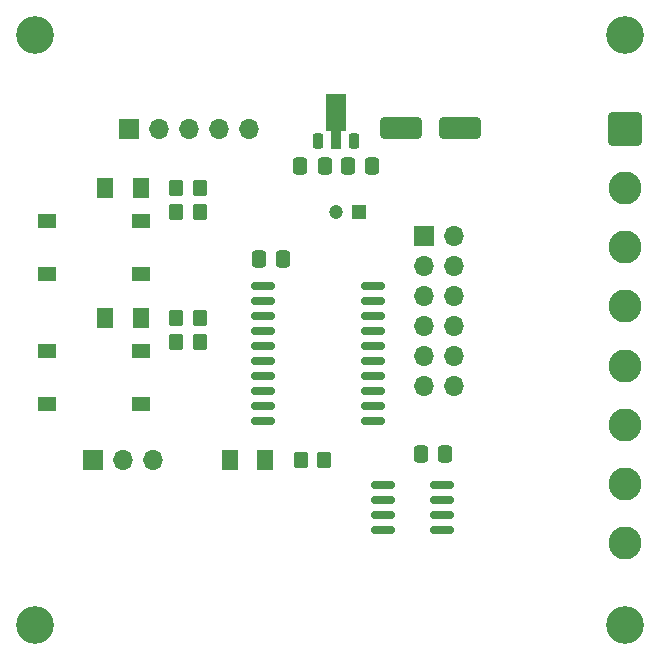
<source format=gbr>
%TF.GenerationSoftware,KiCad,Pcbnew,9.0.0*%
%TF.CreationDate,2025-03-23T15:00:11-07:00*%
%TF.ProjectId,SMRRC,534d5252-432e-46b6-9963-61645f706362,n/c*%
%TF.SameCoordinates,Original*%
%TF.FileFunction,Soldermask,Top*%
%TF.FilePolarity,Negative*%
%FSLAX46Y46*%
G04 Gerber Fmt 4.6, Leading zero omitted, Abs format (unit mm)*
G04 Created by KiCad (PCBNEW 9.0.0) date 2025-03-23 15:00:11*
%MOMM*%
%LPD*%
G01*
G04 APERTURE LIST*
G04 Aperture macros list*
%AMRoundRect*
0 Rectangle with rounded corners*
0 $1 Rounding radius*
0 $2 $3 $4 $5 $6 $7 $8 $9 X,Y pos of 4 corners*
0 Add a 4 corners polygon primitive as box body*
4,1,4,$2,$3,$4,$5,$6,$7,$8,$9,$2,$3,0*
0 Add four circle primitives for the rounded corners*
1,1,$1+$1,$2,$3*
1,1,$1+$1,$4,$5*
1,1,$1+$1,$6,$7*
1,1,$1+$1,$8,$9*
0 Add four rect primitives between the rounded corners*
20,1,$1+$1,$2,$3,$4,$5,0*
20,1,$1+$1,$4,$5,$6,$7,0*
20,1,$1+$1,$6,$7,$8,$9,0*
20,1,$1+$1,$8,$9,$2,$3,0*%
%AMFreePoly0*
4,1,9,3.862500,-0.866500,0.737500,-0.866500,0.737500,-0.450000,-0.737500,-0.450000,-0.737500,0.450000,0.737500,0.450000,0.737500,0.866500,3.862500,0.866500,3.862500,-0.866500,3.862500,-0.866500,$1*%
G04 Aperture macros list end*
%ADD10C,3.200000*%
%ADD11RoundRect,0.250000X-1.500000X-0.650000X1.500000X-0.650000X1.500000X0.650000X-1.500000X0.650000X0*%
%ADD12RoundRect,0.225000X0.225000X-0.425000X0.225000X0.425000X-0.225000X0.425000X-0.225000X-0.425000X0*%
%ADD13FreePoly0,90.000000*%
%ADD14RoundRect,0.150000X-0.875000X-0.150000X0.875000X-0.150000X0.875000X0.150000X-0.875000X0.150000X0*%
%ADD15RoundRect,0.150000X-0.825000X-0.150000X0.825000X-0.150000X0.825000X0.150000X-0.825000X0.150000X0*%
%ADD16R,1.550000X1.300000*%
%ADD17RoundRect,0.250000X-0.350000X-0.450000X0.350000X-0.450000X0.350000X0.450000X-0.350000X0.450000X0*%
%ADD18R,1.700000X1.700000*%
%ADD19O,1.700000X1.700000*%
%ADD20RoundRect,0.250001X-1.149999X1.149999X-1.149999X-1.149999X1.149999X-1.149999X1.149999X1.149999X0*%
%ADD21C,2.800000*%
%ADD22RoundRect,0.250001X0.462499X0.624999X-0.462499X0.624999X-0.462499X-0.624999X0.462499X-0.624999X0*%
%ADD23RoundRect,0.250000X-0.337500X-0.475000X0.337500X-0.475000X0.337500X0.475000X-0.337500X0.475000X0*%
%ADD24R,1.200000X1.200000*%
%ADD25C,1.200000*%
%ADD26RoundRect,0.250000X0.337500X0.475000X-0.337500X0.475000X-0.337500X-0.475000X0.337500X-0.475000X0*%
G04 APERTURE END LIST*
D10*
%TO.C,H4*%
X127000000Y-42000000D03*
%TD*%
%TO.C,H3*%
X127000000Y-92000000D03*
%TD*%
%TO.C,H2*%
X177000000Y-92000000D03*
%TD*%
%TO.C,H1*%
X177000000Y-42000000D03*
%TD*%
D11*
%TO.C,D4*%
X158000000Y-49862500D03*
X163000000Y-49862500D03*
%TD*%
D12*
%TO.C,U3*%
X151000000Y-50950000D03*
D13*
X152500000Y-50862500D03*
D12*
X154000000Y-50950000D03*
%TD*%
D14*
%TO.C,U2*%
X146350000Y-63285000D03*
X146350000Y-64555000D03*
X146350000Y-65825000D03*
X146350000Y-67095000D03*
X146350000Y-68365000D03*
X146350000Y-69635000D03*
X146350000Y-70905000D03*
X146350000Y-72175000D03*
X146350000Y-73445000D03*
X146350000Y-74715000D03*
X155650000Y-74715000D03*
X155650000Y-73445000D03*
X155650000Y-72175000D03*
X155650000Y-70905000D03*
X155650000Y-69635000D03*
X155650000Y-68365000D03*
X155650000Y-67095000D03*
X155650000Y-65825000D03*
X155650000Y-64555000D03*
X155650000Y-63285000D03*
%TD*%
D15*
%TO.C,U1*%
X156525000Y-80095000D03*
X156525000Y-81365000D03*
X156525000Y-82635000D03*
X156525000Y-83905000D03*
X161475000Y-83905000D03*
X161475000Y-82635000D03*
X161475000Y-81365000D03*
X161475000Y-80095000D03*
%TD*%
D16*
%TO.C,SW2*%
X135980000Y-73250000D03*
X128020000Y-73250000D03*
X135980000Y-68750000D03*
X128020000Y-68750000D03*
%TD*%
%TO.C,SW1*%
X135980000Y-62250000D03*
X128020000Y-62250000D03*
X135980000Y-57750000D03*
X128020000Y-57750000D03*
%TD*%
D17*
%TO.C,R5*%
X139000000Y-68000000D03*
X141000000Y-68000000D03*
%TD*%
%TO.C,R4*%
X139000000Y-57000000D03*
X141000000Y-57000000D03*
%TD*%
%TO.C,R3*%
X139000000Y-66000000D03*
X141000000Y-66000000D03*
%TD*%
%TO.C,R2*%
X139000000Y-55000000D03*
X141000000Y-55000000D03*
%TD*%
%TO.C,R1*%
X149512500Y-78000000D03*
X151512500Y-78000000D03*
%TD*%
D18*
%TO.C,J4*%
X160000000Y-59000000D03*
D19*
X162540000Y-59000000D03*
X160000000Y-61540000D03*
X162540000Y-61540000D03*
X160000000Y-64080000D03*
X162540000Y-64080000D03*
X160000000Y-66620000D03*
X162540000Y-66620000D03*
X160000000Y-69160000D03*
X162540000Y-69160000D03*
X160000000Y-71700000D03*
X162540000Y-71700000D03*
%TD*%
D18*
%TO.C,J3*%
X131920000Y-78000000D03*
D19*
X134460000Y-78000000D03*
X137000000Y-78000000D03*
%TD*%
D18*
%TO.C,J2*%
X135000000Y-50000000D03*
D19*
X137540000Y-50000000D03*
X140080000Y-50000000D03*
X142620000Y-50000000D03*
X145160000Y-50000000D03*
%TD*%
D20*
%TO.C,J1*%
X177000000Y-50000000D03*
D21*
X177000000Y-55000000D03*
X177000000Y-60000000D03*
X177000000Y-65000000D03*
X177000000Y-70000000D03*
X177000000Y-75000000D03*
X177000000Y-80000000D03*
X177000000Y-85000000D03*
%TD*%
D22*
%TO.C,D3*%
X135975000Y-66000000D03*
X133000000Y-66000000D03*
%TD*%
%TO.C,D2*%
X135975000Y-55000000D03*
X133000000Y-55000000D03*
%TD*%
%TO.C,D1*%
X146487500Y-78000000D03*
X143512500Y-78000000D03*
%TD*%
D23*
%TO.C,C5*%
X145962500Y-61000000D03*
X148037500Y-61000000D03*
%TD*%
D24*
%TO.C,C4*%
X154500000Y-57000000D03*
D25*
X152500000Y-57000000D03*
%TD*%
D26*
%TO.C,C3*%
X155575000Y-53112500D03*
X153500000Y-53112500D03*
%TD*%
D23*
%TO.C,C2*%
X149500000Y-53112500D03*
X151575000Y-53112500D03*
%TD*%
D26*
%TO.C,C1*%
X161787500Y-77500000D03*
X159712500Y-77500000D03*
%TD*%
M02*

</source>
